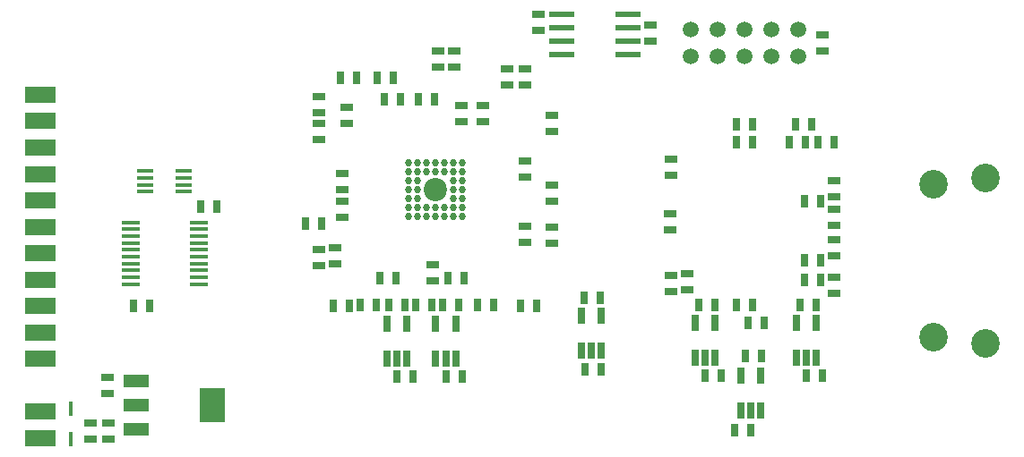
<source format=gbs>
G04 #@! TF.FileFunction,Soldermask,Bot*
%FSLAX46Y46*%
G04 Gerber Fmt 4.6, Leading zero omitted, Abs format (unit mm)*
G04 Created by KiCad (PCBNEW 4.0.4+dfsg1-stable) date Tue Oct 11 00:50:57 2016*
%MOMM*%
%LPD*%
G01*
G04 APERTURE LIST*
%ADD10C,0.150000*%
%ADD11C,1.506220*%
%ADD12R,0.650000X1.560000*%
%ADD13C,2.700000*%
%ADD14C,0.690000*%
%ADD15C,2.200000*%
%ADD16R,0.635000X1.143000*%
%ADD17R,1.143000X0.635000*%
%ADD18R,2.350000X0.600000*%
%ADD19R,2.400000X1.200000*%
%ADD20R,2.400000X3.300000*%
%ADD21R,1.700000X0.400000*%
%ADD22R,0.450000X1.400000*%
%ADD23R,1.500000X0.400000*%
%ADD24R,3.000000X1.500000*%
G04 APERTURE END LIST*
D10*
D11*
X111592000Y-29500000D03*
X111592000Y-32040000D03*
X109052000Y-29500000D03*
X109052000Y-32040000D03*
X106512000Y-29500000D03*
X106512000Y-32040000D03*
X103972000Y-29500000D03*
X103972000Y-32040000D03*
X101432000Y-29500000D03*
X101432000Y-32040000D03*
D12*
X103743800Y-60603400D03*
X102793800Y-60603400D03*
X101843800Y-60603400D03*
X101843800Y-57303400D03*
X103743800Y-57303400D03*
X113340000Y-60603400D03*
X112390000Y-60603400D03*
X111440000Y-60603400D03*
X111440000Y-57303400D03*
X113340000Y-57303400D03*
X74650000Y-60674600D03*
X73700000Y-60674600D03*
X72750000Y-60674600D03*
X72750000Y-57374600D03*
X74650000Y-57374600D03*
X79256000Y-60652600D03*
X78306000Y-60652600D03*
X77356000Y-60652600D03*
X77356000Y-57352600D03*
X79256000Y-57352600D03*
X92984000Y-59928000D03*
X92034000Y-59928000D03*
X91084000Y-59928000D03*
X91084000Y-56628000D03*
X92984000Y-56628000D03*
D13*
X124400000Y-44150000D03*
X124400000Y-58650000D03*
X129350000Y-59250000D03*
X129350000Y-43550000D03*
D14*
X79850000Y-42150000D03*
X79850000Y-43000000D03*
X79850000Y-43850000D03*
X79850000Y-44700000D03*
X79850000Y-45550000D03*
X79850000Y-46400000D03*
X79850000Y-47250000D03*
X79000000Y-42150000D03*
X79000000Y-43000000D03*
X79000000Y-43850000D03*
X79000000Y-44700000D03*
X79000000Y-45550000D03*
X79000000Y-46400000D03*
X79000000Y-47250000D03*
X78150000Y-42150000D03*
X78150000Y-43000000D03*
X78150000Y-46400000D03*
X78150000Y-47250000D03*
X77300000Y-42150000D03*
X77300000Y-43000000D03*
X77300000Y-46400000D03*
X77300000Y-47250000D03*
X76450000Y-42150000D03*
X76450000Y-43000000D03*
X76450000Y-46400000D03*
X76450000Y-47250000D03*
X75600000Y-42150000D03*
X75600000Y-43000000D03*
X75600000Y-43850000D03*
X75600000Y-44700000D03*
X75600000Y-45550000D03*
X75600000Y-46400000D03*
X75600000Y-47250000D03*
X74750000Y-42150000D03*
X74750000Y-43000000D03*
X74750000Y-43850000D03*
X74750000Y-44700000D03*
X74750000Y-45550000D03*
X74750000Y-46400000D03*
X74750000Y-47250000D03*
D15*
X77300000Y-44700000D03*
D16*
X112235000Y-45811000D03*
X113759000Y-45811000D03*
X112227000Y-51407000D03*
X113751000Y-51407000D03*
X112230000Y-53221000D03*
X113754000Y-53221000D03*
X113438000Y-40200000D03*
X114962000Y-40200000D03*
D17*
X97686200Y-30618800D03*
X97686200Y-29094800D03*
X79116000Y-33111000D03*
X79116000Y-31587000D03*
X77567000Y-33111000D03*
X77567000Y-31587000D03*
X113873000Y-31547000D03*
X113873000Y-30023000D03*
X87043600Y-29628200D03*
X87043600Y-28104200D03*
X77089000Y-51790600D03*
X77089000Y-53314600D03*
X79806800Y-36728400D03*
X79806800Y-38252400D03*
X81788000Y-38252400D03*
X81788000Y-36728400D03*
X101150000Y-52642000D03*
X101150000Y-54166000D03*
D16*
X66553000Y-47859000D03*
X65029000Y-47859000D03*
D17*
X67807000Y-51694000D03*
X67807000Y-50170000D03*
X85800000Y-43462000D03*
X85800000Y-41938000D03*
X68935600Y-36931600D03*
X68935600Y-38455600D03*
D16*
X92862400Y-54914800D03*
X91338400Y-54914800D03*
X79522000Y-55625000D03*
X77998000Y-55625000D03*
X74447400Y-55630000D03*
X72923400Y-55630000D03*
X75230000Y-62390600D03*
X73706000Y-62390600D03*
X92964000Y-61696600D03*
X91440000Y-61696600D03*
X79859000Y-62395600D03*
X78335000Y-62395600D03*
X113320600Y-55600600D03*
X111796600Y-55600600D03*
X103762000Y-55600000D03*
X102238000Y-55600000D03*
X113929000Y-62311000D03*
X112405000Y-62311000D03*
X104323000Y-62316000D03*
X102799000Y-62316000D03*
X112862000Y-38500000D03*
X111338000Y-38500000D03*
X110738000Y-40200000D03*
X112262000Y-40200000D03*
X107262000Y-40200000D03*
X105738000Y-40200000D03*
X105738000Y-38500000D03*
X107262000Y-38500000D03*
D17*
X99600000Y-41838000D03*
X99600000Y-43362000D03*
X115000000Y-45362000D03*
X115000000Y-43838000D03*
X99500000Y-48462000D03*
X99500000Y-46938000D03*
X115000000Y-48062000D03*
X115000000Y-46538000D03*
X115000000Y-50962000D03*
X115000000Y-49438000D03*
X99600000Y-52838000D03*
X99600000Y-54362000D03*
X115000000Y-52938000D03*
X115000000Y-54462000D03*
D16*
X108362000Y-57300000D03*
X106838000Y-57300000D03*
X107262000Y-55600000D03*
X105738000Y-55600000D03*
X70238000Y-55630000D03*
X71762000Y-55630000D03*
X75457000Y-55625000D03*
X76981000Y-55625000D03*
X82850000Y-55621000D03*
X81326000Y-55621000D03*
X69162000Y-55700000D03*
X67638000Y-55700000D03*
X72038000Y-53100000D03*
X73562000Y-53100000D03*
X78538000Y-53100000D03*
X80062000Y-53100000D03*
X85338000Y-55700000D03*
X86862000Y-55700000D03*
D17*
X66300000Y-51862000D03*
X66300000Y-50338000D03*
X88300000Y-49762000D03*
X88300000Y-48238000D03*
X85800000Y-49662000D03*
X85800000Y-48138000D03*
X88300000Y-45762000D03*
X88300000Y-44238000D03*
X68524000Y-45796000D03*
X68524000Y-47320000D03*
X66300000Y-39962000D03*
X66300000Y-38438000D03*
X88300000Y-39162000D03*
X88300000Y-37638000D03*
X66300000Y-35838000D03*
X66300000Y-37362000D03*
D16*
X74062000Y-36100000D03*
X72538000Y-36100000D03*
D17*
X85786000Y-34768000D03*
X85786000Y-33244000D03*
D16*
X69863000Y-34064000D03*
X68339000Y-34064000D03*
X71838000Y-34061000D03*
X73362000Y-34061000D03*
X77262000Y-36100000D03*
X75738000Y-36100000D03*
D17*
X84115000Y-34773000D03*
X84115000Y-33249000D03*
D18*
X95490300Y-28104200D03*
X95490300Y-29374200D03*
X95490300Y-30644200D03*
X95490300Y-31914200D03*
X89290300Y-31914200D03*
X89290300Y-30644200D03*
X89290300Y-29374200D03*
X89290300Y-28104200D03*
D17*
X46406000Y-68298000D03*
X46406000Y-66774000D03*
D16*
X105613000Y-67467000D03*
X107137000Y-67467000D03*
D17*
X46372000Y-62480000D03*
X46372000Y-64004000D03*
D16*
X108113000Y-60430000D03*
X106589000Y-60430000D03*
D17*
X68524000Y-44679000D03*
X68524000Y-43155000D03*
D19*
X49067000Y-65100000D03*
X49067000Y-67400000D03*
X49067000Y-62800000D03*
D20*
X56267000Y-65100000D03*
D12*
X108095000Y-65567000D03*
X107145000Y-65567000D03*
X106195000Y-65567000D03*
X106195000Y-62267000D03*
X108095000Y-62267000D03*
D16*
X50357000Y-55710000D03*
X48833000Y-55710000D03*
X55138000Y-46248000D03*
X56662000Y-46248000D03*
D21*
X48512000Y-53636000D03*
X48512000Y-52986000D03*
X48512000Y-52336000D03*
X48512000Y-51686000D03*
X48512000Y-51036000D03*
X48512000Y-50386000D03*
X48512000Y-49736000D03*
X48512000Y-49086000D03*
X48512000Y-48436000D03*
X48512000Y-47786000D03*
X54952000Y-47786000D03*
X54952000Y-48436000D03*
X54952000Y-49086000D03*
X54952000Y-49736000D03*
X54952000Y-50386000D03*
X54952000Y-51036000D03*
X54952000Y-51686000D03*
X54952000Y-52336000D03*
X54952000Y-52986000D03*
X54952000Y-53636000D03*
D17*
X44752000Y-68298000D03*
X44752000Y-66774000D03*
D22*
X42893000Y-68266000D03*
X42893000Y-65466000D03*
D23*
X49932000Y-44866000D03*
X49932000Y-44216000D03*
X49932000Y-43566000D03*
X49932000Y-42916000D03*
X53532000Y-42916000D03*
X53532000Y-43566000D03*
X53532000Y-44216000D03*
X53532000Y-44866000D03*
D24*
X40000000Y-65700000D03*
X39982000Y-48224000D03*
X40000000Y-35700000D03*
X40000000Y-45700000D03*
X40000000Y-55700000D03*
X40000000Y-43200000D03*
X40000000Y-60700000D03*
X40000000Y-53200000D03*
X40000000Y-38200000D03*
X39990000Y-50698000D03*
X40000000Y-58200000D03*
X40000000Y-40700000D03*
X40000000Y-68200000D03*
M02*

</source>
